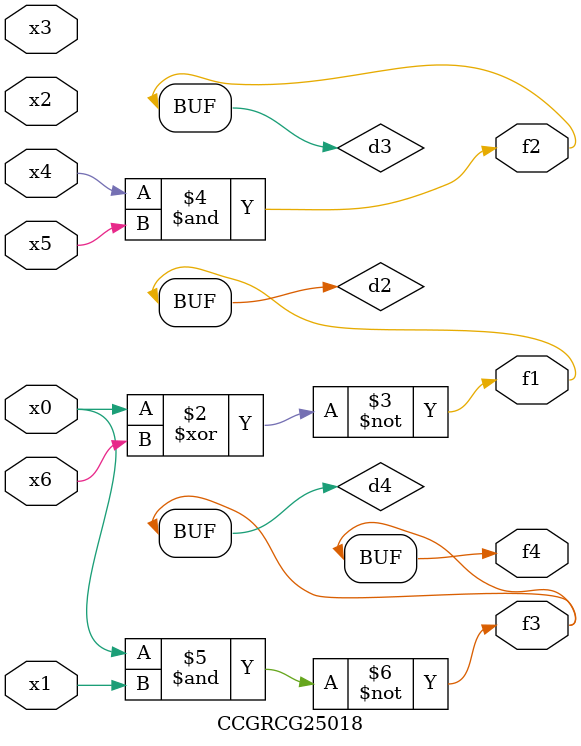
<source format=v>
module CCGRCG25018(
	input x0, x1, x2, x3, x4, x5, x6,
	output f1, f2, f3, f4
);

	wire d1, d2, d3, d4;

	nor (d1, x0);
	xnor (d2, x0, x6);
	and (d3, x4, x5);
	nand (d4, x0, x1);
	assign f1 = d2;
	assign f2 = d3;
	assign f3 = d4;
	assign f4 = d4;
endmodule

</source>
